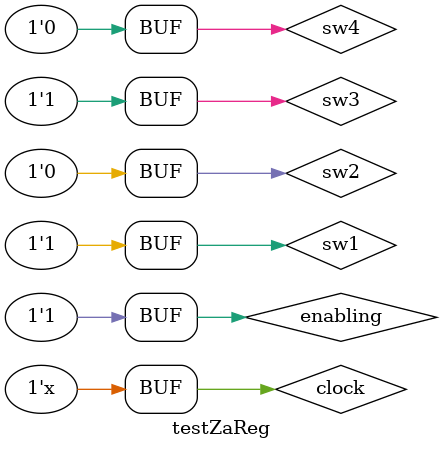
<source format=v>
`timescale 1ns / 1ps


module testZaReg;

	// Inputs
	reg [0:0] clock;
	reg [0:0] sw1;
	reg [0:0] sw2;
	reg [0:0] sw3;
	reg [0:0] sw4;
	reg [0:0] enabling;

	// Outputs
	wire [3:0] out;

	// Instantiate the Unit Under Test (UUT)
	Reg uut (
		.clock(clock), 
		.sw1(sw1), 
		.sw2(sw2), 
		.sw3(sw3), 
		.sw4(sw4), 
		.out(out), 
		.enabling(enabling)
	);

	initial begin
		// Initialize Inputs
		clock = 0;
		sw1 = 1;
		sw2 = 1;
		sw3 = 1;
		sw4 = 1;
		enabling = 0;

		// Wait 100 ns for global reset to finish
		#300;
		enabling = 1;
		sw1 = 1;
		sw2 = 0;
		sw3 = 1;
		sw4 = 0;
        
		// Add stimulus here

	end
	always @(*)
	begin
	#40;
	clock <= ~clock;
	end
      
endmodule


</source>
